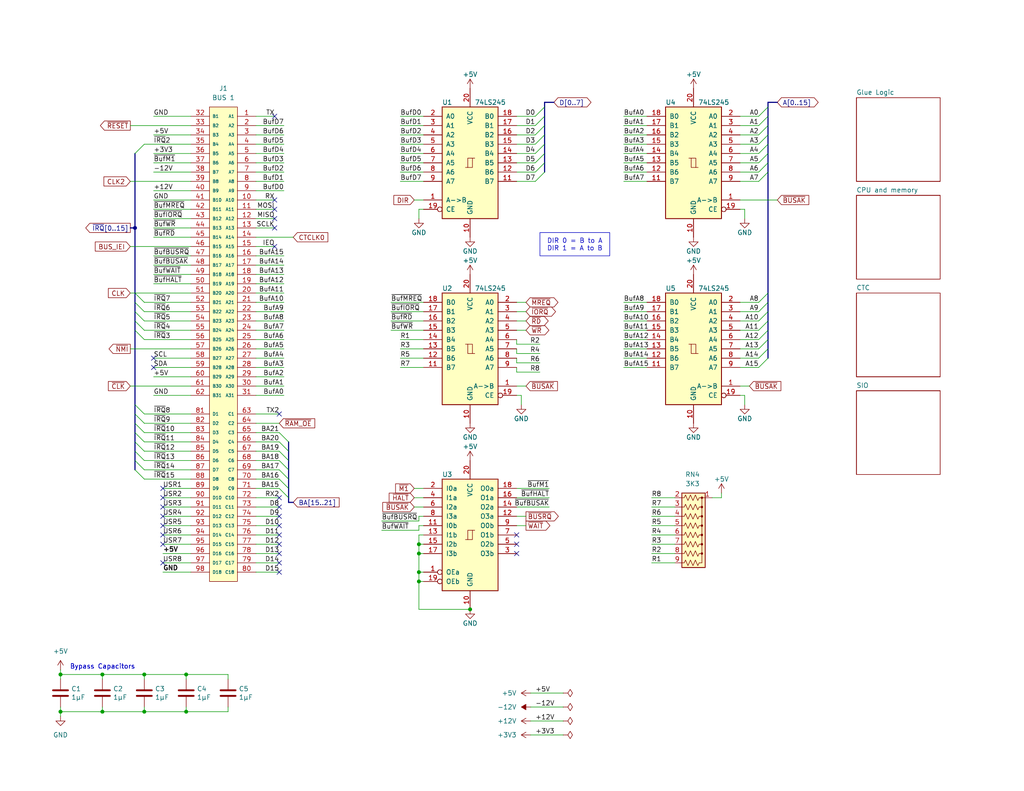
<source format=kicad_sch>
(kicad_sch (version 20230121) (generator eeschema)
  (paper "USLetter")
  (title_block (title "Core component card for ISA backplane") (date "2023-08-31") (rev "2.1") (company "Frédéric Segard") (comment 1 "@microhobbyist") (comment 4 "Thank you to John Winans for his inspiration, as well as Grant Searle and Sergey Kiselev"))
  (lib_symbols
    (symbol "+5V_1" (power) (pin_names (offset 0))
      (property "Value" "+5V_1" (at 0 3.556 0))
      (symbol "+5V_1_1_1"
        (pin power_in line (at 0 0 90) (length 0) hide (name "+5V") (number "1"))
      )
    )
    (symbol "0_Library:ISA_CARD_CONNECTOR_16BIT" (pin_names (offset 0.762))
      (property "Reference" "J" (at 0 5.08 0))
      (property "Value" "ISA_CARD_CONNECTOR_16BIT" (at 0 2.54 0))
      (symbol "ISA_CARD_CONNECTOR_16BIT_0_0"
        (pin passive line (at 8.89 -2.54 180) (length 5.08) (name "A1") (number "1"))
        (pin passive line (at 8.89 -25.4 180) (length 5.08) (name "A10") (number "10"))
        (pin passive line (at 8.89 -27.94 180) (length 5.08) (name "A11") (number "11"))
        (pin passive line (at 8.89 -30.48 180) (length 5.08) (name "A12") (number "12"))
        (pin passive line (at 8.89 -33.02 180) (length 5.08) (name "A13") (number "13"))
        (pin passive line (at 8.89 -35.56 180) (length 5.08) (name "A14") (number "14"))
        (pin passive line (at 8.89 -38.1 180) (length 5.08) (name "A15") (number "15"))
        (pin passive line (at 8.89 -40.64 180) (length 5.08) (name "A16") (number "16"))
        (pin passive line (at 8.89 -43.18 180) (length 5.08) (name "A17") (number "17"))
        (pin passive line (at 8.89 -45.72 180) (length 5.08) (name "A18") (number "18"))
        (pin passive line (at 8.89 -48.26 180) (length 5.08) (name "A19") (number "19"))
        (pin passive line (at 8.89 -5.08 180) (length 5.08) (name "A2") (number "2"))
        (pin passive line (at 8.89 -50.8 180) (length 5.08) (name "A20") (number "20"))
        (pin passive line (at 8.89 -53.34 180) (length 5.08) (name "A21") (number "21"))
        (pin passive line (at 8.89 -55.88 180) (length 5.08) (name "A22") (number "22"))
        (pin passive line (at 8.89 -58.42 180) (length 5.08) (name "A23") (number "23"))
        (pin passive line (at 8.89 -60.96 180) (length 5.08) (name "A24") (number "24"))
        (pin passive line (at 8.89 -63.5 180) (length 5.08) (name "A25") (number "25"))
        (pin passive line (at 8.89 -66.04 180) (length 5.08) (name "A26") (number "26"))
        (pin passive line (at 8.89 -68.58 180) (length 5.08) (name "A27") (number "27"))
        (pin passive line (at 8.89 -71.12 180) (length 5.08) (name "A28") (number "28"))
        (pin passive line (at 8.89 -73.66 180) (length 5.08) (name "A29") (number "29"))
        (pin passive line (at 8.89 -7.62 180) (length 5.08) (name "A3") (number "3"))
        (pin passive line (at 8.89 -76.2 180) (length 5.08) (name "A30") (number "30"))
        (pin passive line (at 8.89 -78.74 180) (length 5.08) (name "A31") (number "31"))
        (pin passive line (at -8.89 -2.54 0) (length 5.08) (name "B1") (number "32"))
        (pin passive line (at -8.89 -5.08 0) (length 5.08) (name "B2") (number "33"))
        (pin passive line (at -8.89 -7.62 0) (length 5.08) (name "B3") (number "34"))
        (pin passive line (at -8.89 -10.16 0) (length 5.08) (name "B4") (number "35"))
        (pin passive line (at -8.89 -12.7 0) (length 5.08) (name "B5") (number "36"))
        (pin passive line (at -8.89 -15.24 0) (length 5.08) (name "B6") (number "37"))
        (pin passive line (at -8.89 -17.78 0) (length 5.08) (name "B7") (number "38"))
        (pin passive line (at -8.89 -20.32 0) (length 5.08) (name "B8") (number "39"))
        (pin passive line (at 8.89 -10.16 180) (length 5.08) (name "A4") (number "4"))
        (pin passive line (at -8.89 -22.86 0) (length 5.08) (name "B9") (number "40"))
        (pin passive line (at -8.89 -25.4 0) (length 5.08) (name "B10") (number "41"))
        (pin passive line (at -8.89 -27.94 0) (length 5.08) (name "B11") (number "42"))
        (pin passive line (at -8.89 -30.48 0) (length 5.08) (name "B12") (number "43"))
        (pin passive line (at -8.89 -33.02 0) (length 5.08) (name "B13") (number "44"))
        (pin passive line (at -8.89 -35.56 0) (length 5.08) (name "B14") (number "45"))
        (pin passive line (at -8.89 -38.1 0) (length 5.08) (name "B15") (number "46"))
        (pin passive line (at -8.89 -40.64 0) (length 5.08) (name "B16") (number "47"))
        (pin passive line (at -8.89 -43.18 0) (length 5.08) (name "B17") (number "48"))
        (pin passive line (at -8.89 -45.72 0) (length 5.08) (name "B18") (number "49"))
        (pin passive line (at 8.89 -12.7 180) (length 5.08) (name "A5") (number "5"))
        (pin passive line (at -8.89 -48.26 0) (length 5.08) (name "B19") (number "50"))
        (pin passive line (at -8.89 -50.8 0) (length 5.08) (name "B20") (number "51"))
        (pin passive line (at -8.89 -53.34 0) (length 5.08) (name "B21") (number "52"))
        (pin passive line (at -8.89 -55.88 0) (length 5.08) (name "B22") (number "53"))
        (pin passive line (at -8.89 -58.42 0) (length 5.08) (name "B23") (number "54"))
        (pin passive line (at -8.89 -60.96 0) (length 5.08) (name "B24") (number "55"))
        (pin passive line (at -8.89 -63.5 0) (length 5.08) (name "B25") (number "56"))
        (pin passive line (at -8.89 -66.04 0) (length 5.08) (name "B26") (number "57"))
        (pin passive line (at -8.89 -68.58 0) (length 5.08) (name "B27") (number "58"))
        (pin passive line (at -8.89 -71.12 0) (length 5.08) (name "B28") (number "59"))
        (pin passive line (at 8.89 -15.24 180) (length 5.08) (name "A6") (number "6"))
        (pin passive line (at -8.89 -73.66 0) (length 5.08) (name "B29") (number "60"))
        (pin passive line (at -8.89 -76.2 0) (length 5.08) (name "B30") (number "61"))
        (pin passive line (at -8.89 -78.74 0) (length 5.08) (name "B31") (number "62"))
        (pin passive line (at 8.89 -17.78 180) (length 5.08) (name "A7") (number "7"))
        (pin passive line (at 8.89 -20.32 180) (length 5.08) (name "A8") (number "8"))
        (pin passive line (at 8.89 -22.86 180) (length 5.08) (name "A9") (number "9"))
      )
      (symbol "ISA_CARD_CONNECTOR_16BIT_1_1"
        (pin passive line (at 8.89 -83.82 180) (length 5.08) (name "C1") (number "63"))
        (pin passive line (at 8.89 -86.36 180) (length 5.08) (name "C2") (number "64"))
        (pin passive line (at 8.89 -88.9 180) (length 5.08) (name "C3") (number "65"))
        (pin passive line (at 8.89 -91.44 180) (length 5.08) (name "C4") (number "66"))
        (pin passive line (at 8.89 -93.98 180) (length 5.08) (name "C5") (number "67"))
        (pin passive line (at 8.89 -96.52 180) (length 5.08) (name "C6") (number "68"))
        (pin passive line (at 8.89 -99.06 180) (length 5.08) (name "C7") (number "69"))
        (pin passive line (at 8.89 -101.6 180) (length 5.08) (name "C8") (number "70"))
        (pin passive line (at 8.89 -104.14 180) (length 5.08) (name "C9") (number "71"))
        (pin passive line (at 8.89 -106.68 180) (length 5.08) (name "C10") (number "72"))
        (pin passive line (at 8.89 -109.22 180) (length 5.08) (name "C11") (number "73"))
        (pin passive line (at 8.89 -111.76 180) (length 5.08) (name "C12") (number "74"))
        (pin passive line (at 8.89 -114.3 180) (length 5.08) (name "C13") (number "75"))
        (pin passive line (at 8.89 -116.84 180) (length 5.08) (name "C14") (number "76"))
        (pin passive line (at 8.89 -119.38 180) (length 5.08) (name "C15") (number "77"))
        (pin passive line (at 8.89 -121.92 180) (length 5.08) (name "C16") (number "78"))
        (pin passive line (at 8.89 -124.46 180) (length 5.08) (name "C17") (number "79"))
        (pin passive line (at 8.89 -127 180) (length 5.08) (name "C18") (number "80"))
        (pin passive line (at -8.89 -83.82 0) (length 5.08) (name "D1") (number "81"))
        (pin passive line (at -8.89 -86.36 0) (length 5.08) (name "D2") (number "82"))
        (pin passive line (at -8.89 -88.9 0) (length 5.08) (name "D3") (number "83"))
        (pin passive line (at -8.89 -91.44 0) (length 5.08) (name "D4") (number "84"))
        (pin passive line (at -8.89 -93.98 0) (length 5.08) (name "D5") (number "85"))
        (pin passive line (at -8.89 -96.52 0) (length 5.08) (name "D6") (number "86"))
        (pin passive line (at -8.89 -99.06 0) (length 5.08) (name "D7") (number "87"))
        (pin passive line (at -8.89 -101.6 0) (length 5.08) (name "D8") (number "88"))
        (pin passive line (at -8.89 -104.14 0) (length 5.08) (name "D9") (number "89"))
        (pin passive line (at -8.89 -106.68 0) (length 5.08) (name "D10") (number "90"))
        (pin passive line (at -8.89 -109.22 0) (length 5.08) (name "D11") (number "91"))
        (pin passive line (at -8.89 -111.76 0) (length 5.08) (name "D12") (number "92"))
        (pin passive line (at -8.89 -114.3 0) (length 5.08) (name "D13") (number "93"))
        (pin passive line (at -8.89 -116.84 0) (length 5.08) (name "D14") (number "94"))
        (pin passive line (at -8.89 -119.38 0) (length 5.08) (name "D15") (number "95"))
        (pin passive line (at -8.89 -121.92 0) (length 5.08) (name "D16") (number "96"))
        (pin passive line (at -8.89 -124.46 0) (length 5.08) (name "D17") (number "97"))
        (pin passive line (at -8.89 -127 0) (length 5.08) (name "D18") (number "98"))
      )
    )
    (symbol "74xx:74LS244" (pin_names (offset 1.016))
      (property "Reference" "U" (at -7.62 16.51 0))
      (property "Value" "74LS244" (at -7.62 -16.51 0))
      (symbol "74LS244_1_0"
        (pin input inverted (at -12.7 -10.16 0) (length 5.08) (name "OEa") (number "1"))
        (pin power_in line (at 0 -20.32 90) (length 5.08) (name "GND") (number "10"))
        (pin input line (at -12.7 2.54 0) (length 5.08) (name "I0b") (number "11"))
        (pin tri_state line (at 12.7 5.08 180) (length 5.08) (name "O3a") (number "12"))
        (pin input line (at -12.7 0 0) (length 5.08) (name "I1b") (number "13"))
        (pin tri_state line (at 12.7 7.62 180) (length 5.08) (name "O2a") (number "14"))
        (pin input line (at -12.7 -2.54 0) (length 5.08) (name "I2b") (number "15"))
        (pin tri_state line (at 12.7 10.16 180) (length 5.08) (name "O1a") (number "16"))
        (pin input line (at -12.7 -5.08 0) (length 5.08) (name "I3b") (number "17"))
        (pin tri_state line (at 12.7 12.7 180) (length 5.08) (name "O0a") (number "18"))
        (pin input inverted (at -12.7 -12.7 0) (length 5.08) (name "OEb") (number "19"))
        (pin input line (at -12.7 12.7 0) (length 5.08) (name "I0a") (number "2"))
        (pin power_in line (at 0 20.32 270) (length 5.08) (name "VCC") (number "20"))
        (pin tri_state line (at 12.7 -5.08 180) (length 5.08) (name "O3b") (number "3"))
        (pin input line (at -12.7 10.16 0) (length 5.08) (name "I1a") (number "4"))
        (pin tri_state line (at 12.7 -2.54 180) (length 5.08) (name "O2b") (number "5"))
        (pin input line (at -12.7 7.62 0) (length 5.08) (name "I2a") (number "6"))
        (pin tri_state line (at 12.7 0 180) (length 5.08) (name "O1b") (number "7"))
        (pin input line (at -12.7 5.08 0) (length 5.08) (name "I3a") (number "8"))
        (pin tri_state line (at 12.7 2.54 180) (length 5.08) (name "O0b") (number "9"))
      )
    )
    (symbol "74xx:74LS245" (pin_names (offset 1.016))
      (property "Reference" "U" (at -7.62 16.51 0))
      (property "Value" "74LS245" (at -7.62 -16.51 0))
      (symbol "74LS245_1_0"
        (pin input line (at -12.7 -10.16 0) (length 5.08) (name "A->B") (number "1"))
        (pin power_in line (at 0 -20.32 90) (length 5.08) (name "GND") (number "10"))
        (pin tri_state line (at 12.7 -5.08 180) (length 5.08) (name "B7") (number "11"))
        (pin tri_state line (at 12.7 -2.54 180) (length 5.08) (name "B6") (number "12"))
        (pin tri_state line (at 12.7 0 180) (length 5.08) (name "B5") (number "13"))
        (pin tri_state line (at 12.7 2.54 180) (length 5.08) (name "B4") (number "14"))
        (pin tri_state line (at 12.7 5.08 180) (length 5.08) (name "B3") (number "15"))
        (pin tri_state line (at 12.7 7.62 180) (length 5.08) (name "B2") (number "16"))
        (pin tri_state line (at 12.7 10.16 180) (length 5.08) (name "B1") (number "17"))
        (pin tri_state line (at 12.7 12.7 180) (length 5.08) (name "B0") (number "18"))
        (pin input inverted (at -12.7 -12.7 0) (length 5.08) (name "CE") (number "19"))
        (pin tri_state line (at -12.7 12.7 0) (length 5.08) (name "A0") (number "2"))
        (pin power_in line (at 0 20.32 270) (length 5.08) (name "VCC") (number "20"))
        (pin tri_state line (at -12.7 10.16 0) (length 5.08) (name "A1") (number "3"))
        (pin tri_state line (at -12.7 7.62 0) (length 5.08) (name "A2") (number "4"))
        (pin tri_state line (at -12.7 5.08 0) (length 5.08) (name "A3") (number "5"))
        (pin tri_state line (at -12.7 2.54 0) (length 5.08) (name "A4") (number "6"))
        (pin tri_state line (at -12.7 0 0) (length 5.08) (name "A5") (number "7"))
        (pin tri_state line (at -12.7 -2.54 0) (length 5.08) (name "A6") (number "8"))
        (pin tri_state line (at -12.7 -5.08 0) (length 5.08) (name "A7") (number "9"))
      )
    )
    (symbol "Device:C" (pin_numbers hide) (pin_names (offset 0.254))
      (property "Reference" "C" (at 0.635 2.54 0))
      (property "Value" "C" (at 0.635 -2.54 0))
      (symbol "C_1_1"
        (pin passive line (at 0 3.81 270) (length 2.794) (name "~") (number "1"))
        (pin passive line (at 0 -3.81 90) (length 2.794) (name "~") (number "2"))
      )
    )
    (symbol "Device:R_Network08_US" (pin_names (offset 0) hide)
      (property "Reference" "RN" (at -12.7 0 90))
      (property "Value" "R_Network08_US" (at 10.16 0 90))
      (symbol "R_Network08_US_1_1"
        (pin passive line (at -10.16 5.08 270) (length 2.54) (name "common") (number "1"))
        (pin passive line (at -10.16 -5.08 90) (length 1.27) (name "R1") (number "2"))
        (pin passive line (at -7.62 -5.08 90) (length 1.27) (name "R2") (number "3"))
        (pin passive line (at -5.08 -5.08 90) (length 1.27) (name "R3") (number "4"))
        (pin passive line (at -2.54 -5.08 90) (length 1.27) (name "R4") (number "5"))
        (pin passive line (at 0 -5.08 90) (length 1.27) (name "R5") (number "6"))
        (pin passive line (at 2.54 -5.08 90) (length 1.27) (name "R6") (number "7"))
        (pin passive line (at 5.08 -5.08 90) (length 1.27) (name "R7") (number "8"))
        (pin passive line (at 7.62 -5.08 90) (length 1.27) (name "R8") (number "9"))
      )
    )
    (symbol "GND_1" (power) (pin_names (offset 0))
      (property "Value" "GND_1" (at 0 -3.81 0))
      (symbol "GND_1_1_1"
        (pin power_in line (at 0 0 270) (length 0) hide (name "GND") (number "1"))
      )
    )
    (symbol "power:+12V" (power) (pin_names (offset 0))
      (property "Value" "+12V" (at 0 3.556 0))
      (symbol "+12V_1_1"
        (pin power_in line (at 0 0 90) (length 0) hide (name "+12V") (number "1"))
      )
    )
    (symbol "power:+3V3" (power) (pin_names (offset 0))
      (property "Value" "+3V3" (at 0 3.556 0))
      (symbol "+3V3_1_1"
        (pin power_in line (at 0 0 90) (length 0) hide (name "+3V3") (number "1"))
      )
    )
    (symbol "power:+5V" (power) (pin_names (offset 0))
      (property "Value" "+5V" (at 0 3.556 0))
      (symbol "+5V_1_1"
        (pin power_in line (at 0 0 90) (length 0) hide (name "+5V") (number "1"))
      )
    )
    (symbol "power:-12V" (power) (pin_names (offset 0))
      (property "Value" "-12V" (at 0 3.81 0))
      (symbol "-12V_0_0"
        (pin power_in line (at 0 0 90) (length 0) hide (name "-12V") (number "1"))
      )
    )
    (symbol "power:PWR_FLAG" (power) (pin_numbers hide) (pin_names (offset 0) hide)
      (property "Value" "PWR_FLAG" (at 0 3.81 0))
      (symbol "PWR_FLAG_0_0"
        (pin power_out line (at 0 0 90) (length 0) (name "pwr") (number "1"))
      )
    )
  )
  (junction (at 39.37 184.15))
  (junction (at 114.3 156.21))
  (junction (at 16.51 194.31))
  (junction (at 27.94 184.15))
  (junction (at 36.83 62.23))
  (junction (at 114.3 151.13))
  (junction (at 50.8 184.15))
  (junction (at 39.37 194.31))
  (junction (at 50.8 194.31))
  (junction (at 27.94 194.31))
  (junction (at 128.27 166.37))
  (junction (at 114.3 158.75))
  (junction (at 16.51 184.15))
  (junction (at 114.3 148.59))
  (no_connect (at 76.2 140.97))
  (no_connect (at 44.45 133.35))
  (no_connect (at 44.45 153.67))
  (no_connect (at 74.93 62.23))
  (no_connect (at 76.2 138.43))
  (no_connect (at 44.45 135.89))
  (no_connect (at 76.2 148.59))
  (no_connect (at 76.2 143.51))
  (no_connect (at 74.93 31.75))
  (no_connect (at 76.2 113.03))
  (no_connect (at 76.2 135.89))
  (no_connect (at 44.45 148.59))
  (no_connect (at 44.45 140.97))
  (no_connect (at 76.2 146.05))
  (no_connect (at 74.93 57.15))
  (no_connect (at 76.2 151.13))
  (no_connect (at 140.97 146.05))
  (no_connect (at 76.2 156.21))
  (no_connect (at 41.91 97.79))
  (no_connect (at 41.91 100.33))
  (no_connect (at 140.97 148.59))
  (no_connect (at 76.2 153.67))
  (no_connect (at 44.45 143.51))
  (no_connect (at 74.93 67.31))
  (no_connect (at 44.45 138.43))
  (no_connect (at 140.97 151.13))
  (no_connect (at 74.93 54.61))
  (no_connect (at 74.93 59.69))
  (no_connect (at 44.45 146.05))
  (bus_entry (at 207.01 39.37) (size 2.54 -2.54))
  (bus_entry (at 36.83 128.27) (size 2.54 2.54))
  (bus_entry (at 207.01 36.83) (size 2.54 -2.54))
  (bus_entry (at 207.01 34.29) (size 2.54 -2.54))
  (bus_entry (at 39.37 82.55) (size -2.54 -2.54))
  (bus_entry (at 39.37 90.17) (size -2.54 -2.54))
  (bus_entry (at 207.01 41.91) (size 2.54 -2.54))
  (bus_entry (at 76.2 120.65) (size 2.54 2.54))
  (bus_entry (at 207.01 49.53) (size 2.54 -2.54))
  (bus_entry (at 36.83 118.11) (size 2.54 2.54))
  (bus_entry (at 36.83 123.19) (size 2.54 2.54))
  (bus_entry (at 148.59 41.91) (size -2.54 2.54))
  (bus_entry (at 39.37 85.09) (size -2.54 -2.54))
  (bus_entry (at 36.83 115.57) (size 2.54 2.54))
  (bus_entry (at 148.59 39.37) (size -2.54 2.54))
  (bus_entry (at 36.83 120.65) (size 2.54 2.54))
  (bus_entry (at 39.37 87.63) (size -2.54 -2.54))
  (bus_entry (at 148.59 29.21) (size -2.54 2.54))
  (bus_entry (at 207.01 90.17) (size 2.54 -2.54))
  (bus_entry (at 148.59 46.99) (size -2.54 2.54))
  (bus_entry (at 148.59 44.45) (size -2.54 2.54))
  (bus_entry (at 76.2 118.11) (size 2.54 2.54))
  (bus_entry (at 36.83 41.91) (size 2.54 -2.54))
  (bus_entry (at 207.01 92.71) (size 2.54 -2.54))
  (bus_entry (at 148.59 31.75) (size -2.54 2.54))
  (bus_entry (at 148.59 36.83) (size -2.54 2.54))
  (bus_entry (at 36.83 110.49) (size 2.54 2.54))
  (bus_entry (at 36.83 113.03) (size 2.54 2.54))
  (bus_entry (at 76.2 123.19) (size 2.54 2.54))
  (bus_entry (at 207.01 31.75) (size 2.54 -2.54))
  (bus_entry (at 76.2 133.35) (size 2.54 2.54))
  (bus_entry (at 207.01 97.79) (size 2.54 -2.54))
  (bus_entry (at 207.01 100.33) (size 2.54 -2.54))
  (bus_entry (at 36.83 125.73) (size 2.54 2.54))
  (bus_entry (at 207.01 85.09) (size 2.54 -2.54))
  (bus_entry (at 39.37 92.71) (size -2.54 -2.54))
  (bus_entry (at 207.01 95.25) (size 2.54 -2.54))
  (bus_entry (at 207.01 82.55) (size 2.54 -2.54))
  (bus_entry (at 76.2 125.73) (size 2.54 2.54))
  (bus_entry (at 76.2 130.81) (size 2.54 2.54))
  (bus_entry (at 76.2 128.27) (size 2.54 2.54))
  (bus_entry (at 207.01 44.45) (size 2.54 -2.54))
  (bus_entry (at 207.01 87.63) (size 2.54 -2.54))
  (bus_entry (at 148.59 34.29) (size -2.54 2.54))
  (bus_entry (at 207.01 46.99) (size 2.54 -2.54))
  (wire (pts (xy 109.22 31.75) (xy 115.57 31.75)))
  (wire (pts (xy 201.93 107.95) (xy 203.2 107.95)))
  (wire (pts (xy 203.2 57.15) (xy 203.2 59.69)))
  (wire (pts (xy 41.91 57.15) (xy 52.07 57.15)))
  (wire (pts (xy 201.93 39.37) (xy 207.01 39.37)))
  (wire (pts (xy 177.8 135.89) (xy 184.15 135.89)))
  (wire (pts (xy 201.93 49.53) (xy 207.01 49.53)))
  (wire (pts (xy 140.97 82.55) (xy 143.51 82.55)))
  (wire (pts (xy 201.93 31.75) (xy 207.01 31.75)))
  (wire (pts (xy 109.22 41.91) (xy 115.57 41.91)))
  (wire (pts (xy 39.37 184.15) (xy 27.94 184.15)))
  (bus (pts (xy 209.55 97.79) (xy 209.55 95.25)))
  (wire (pts (xy 39.37 92.71) (xy 52.07 92.71)))
  (wire (pts (xy 115.57 87.63) (xy 106.68 87.63)))
  (wire (pts (xy 113.03 138.43) (xy 115.57 138.43)))
  (wire (pts (xy 69.85 135.89) (xy 76.2 135.89)))
  (wire (pts (xy 140.97 101.6) (xy 147.32 101.6)))
  (wire (pts (xy 41.91 44.45) (xy 52.07 44.45)))
  (wire (pts (xy 41.91 31.75) (xy 52.07 31.75)))
  (bus (pts (xy 148.59 31.75) (xy 148.59 29.21)))
  (bus (pts (xy 36.83 120.65) (xy 36.83 123.19)))
  (wire (pts (xy 143.51 140.97) (xy 140.97 140.97)))
  (wire (pts (xy 201.93 41.91) (xy 207.01 41.91)))
  (wire (pts (xy 201.93 34.29) (xy 207.01 34.29)))
  (wire (pts (xy 144.78 193.04) (xy 153.67 193.04)))
  (wire (pts (xy 140.97 143.51) (xy 143.51 143.51)))
  (bus (pts (xy 148.59 29.21) (xy 148.59 27.94)))
  (wire (pts (xy 104.14 144.78) (xy 114.3 144.78)))
  (wire (pts (xy 35.56 95.25) (xy 52.07 95.25)))
  (wire (pts (xy 41.91 97.79) (xy 52.07 97.79)))
  (wire (pts (xy 201.93 87.63) (xy 207.01 87.63)))
  (wire (pts (xy 201.93 46.99) (xy 207.01 46.99)))
  (wire (pts (xy 170.18 90.17) (xy 176.53 90.17)))
  (wire (pts (xy 41.91 107.95) (xy 52.07 107.95)))
  (wire (pts (xy 44.45 153.67) (xy 52.07 153.67)))
  (wire (pts (xy 62.23 193.04) (xy 62.23 194.31)))
  (wire (pts (xy 140.97 92.71) (xy 140.97 93.98)))
  (bus (pts (xy 209.55 46.99) (xy 209.55 80.01)))
  (wire (pts (xy 52.07 77.47) (xy 41.91 77.47)))
  (bus (pts (xy 36.83 123.19) (xy 36.83 125.73)))
  (wire (pts (xy 144.78 200.66) (xy 153.67 200.66)))
  (wire (pts (xy 16.51 194.31) (xy 16.51 195.58)))
  (bus (pts (xy 36.83 41.91) (xy 36.83 62.23)))
  (wire (pts (xy 170.18 41.91) (xy 176.53 41.91)))
  (wire (pts (xy 41.91 52.07) (xy 52.07 52.07)))
  (wire (pts (xy 140.97 90.17) (xy 143.51 90.17)))
  (wire (pts (xy 104.14 142.24) (xy 114.3 142.24)))
  (bus (pts (xy 209.55 92.71) (xy 209.55 90.17)))
  (wire (pts (xy 41.91 72.39) (xy 52.07 72.39)))
  (wire (pts (xy 44.45 146.05) (xy 52.07 146.05)))
  (bus (pts (xy 148.59 46.99) (xy 148.59 44.45)))
  (wire (pts (xy 115.57 146.05) (xy 114.3 146.05)))
  (wire (pts (xy 41.91 59.69) (xy 52.07 59.69)))
  (bus (pts (xy 36.83 90.17) (xy 36.83 110.49)))
  (bus (pts (xy 148.59 27.94) (xy 151.13 27.94)))
  (wire (pts (xy 41.91 102.87) (xy 52.07 102.87)))
  (wire (pts (xy 196.85 135.89) (xy 194.31 135.89)))
  (wire (pts (xy 115.57 82.55) (xy 106.68 82.55)))
  (wire (pts (xy 69.85 92.71) (xy 77.47 92.71)))
  (wire (pts (xy 115.57 57.15) (xy 114.3 57.15)))
  (wire (pts (xy 41.91 64.77) (xy 52.07 64.77)))
  (wire (pts (xy 44.45 148.59) (xy 52.07 148.59)))
  (wire (pts (xy 69.85 120.65) (xy 76.2 120.65)))
  (wire (pts (xy 69.85 69.85) (xy 77.47 69.85)))
  (wire (pts (xy 69.85 133.35) (xy 76.2 133.35)))
  (wire (pts (xy 69.85 148.59) (xy 76.2 148.59)))
  (wire (pts (xy 69.85 54.61) (xy 74.93 54.61)))
  (wire (pts (xy 140.97 107.95) (xy 142.24 107.95)))
  (bus (pts (xy 78.74 128.27) (xy 78.74 130.81)))
  (wire (pts (xy 204.47 105.41) (xy 201.93 105.41)))
  (bus (pts (xy 209.55 85.09) (xy 209.55 82.55)))
  (wire (pts (xy 50.8 193.04) (xy 50.8 194.31)))
  (wire (pts (xy 170.18 82.55) (xy 176.53 82.55)))
  (wire (pts (xy 41.91 54.61) (xy 52.07 54.61)))
  (wire (pts (xy 114.3 57.15) (xy 114.3 59.69)))
  (wire (pts (xy 69.85 153.67) (xy 76.2 153.67)))
  (wire (pts (xy 170.18 87.63) (xy 176.53 87.63)))
  (wire (pts (xy 143.51 105.41) (xy 140.97 105.41)))
  (wire (pts (xy 140.97 44.45) (xy 146.05 44.45)))
  (bus (pts (xy 78.74 130.81) (xy 78.74 133.35)))
  (wire (pts (xy 170.18 44.45) (xy 176.53 44.45)))
  (wire (pts (xy 114.3 143.51) (xy 115.57 143.51)))
  (wire (pts (xy 69.85 97.79) (xy 77.47 97.79)))
  (wire (pts (xy 77.47 80.01) (xy 69.85 80.01)))
  (wire (pts (xy 44.45 156.21) (xy 52.07 156.21)))
  (wire (pts (xy 114.3 156.21) (xy 115.57 156.21)))
  (wire (pts (xy 69.85 36.83) (xy 77.47 36.83)))
  (wire (pts (xy 113.03 133.35) (xy 115.57 133.35)))
  (wire (pts (xy 201.93 97.79) (xy 207.01 97.79)))
  (wire (pts (xy 109.22 97.79) (xy 115.57 97.79)))
  (wire (pts (xy 39.37 193.04) (xy 39.37 194.31)))
  (bus (pts (xy 148.59 41.91) (xy 148.59 39.37)))
  (wire (pts (xy 35.56 105.41) (xy 52.07 105.41)))
  (wire (pts (xy 39.37 85.09) (xy 52.07 85.09)))
  (wire (pts (xy 27.94 194.31) (xy 39.37 194.31)))
  (bus (pts (xy 209.55 31.75) (xy 209.55 29.21)))
  (wire (pts (xy 39.37 82.55) (xy 52.07 82.55)))
  (wire (pts (xy 41.91 41.91) (xy 52.07 41.91)))
  (wire (pts (xy 115.57 85.09) (xy 106.68 85.09)))
  (wire (pts (xy 69.85 34.29) (xy 77.47 34.29)))
  (wire (pts (xy 177.8 151.13) (xy 184.15 151.13)))
  (wire (pts (xy 69.85 151.13) (xy 76.2 151.13)))
  (wire (pts (xy 50.8 194.31) (xy 62.23 194.31)))
  (bus (pts (xy 148.59 44.45) (xy 148.59 41.91)))
  (wire (pts (xy 69.85 72.39) (xy 77.47 72.39)))
  (wire (pts (xy 170.18 97.79) (xy 176.53 97.79)))
  (wire (pts (xy 69.85 46.99) (xy 77.47 46.99)))
  (wire (pts (xy 69.85 143.51) (xy 76.2 143.51)))
  (wire (pts (xy 69.85 85.09) (xy 77.47 85.09)))
  (wire (pts (xy 140.97 39.37) (xy 146.05 39.37)))
  (wire (pts (xy 41.91 69.85) (xy 52.07 69.85)))
  (bus (pts (xy 209.55 95.25) (xy 209.55 92.71)))
  (wire (pts (xy 39.37 87.63) (xy 52.07 87.63)))
  (wire (pts (xy 69.85 130.81) (xy 76.2 130.81)))
  (wire (pts (xy 69.85 146.05) (xy 76.2 146.05)))
  (wire (pts (xy 109.22 39.37) (xy 115.57 39.37)))
  (wire (pts (xy 140.97 85.09) (xy 143.51 85.09)))
  (wire (pts (xy 39.37 125.73) (xy 52.07 125.73)))
  (wire (pts (xy 170.18 39.37) (xy 176.53 39.37)))
  (wire (pts (xy 170.18 31.75) (xy 176.53 31.75)))
  (wire (pts (xy 140.97 95.25) (xy 140.97 96.52)))
  (wire (pts (xy 39.37 130.81) (xy 52.07 130.81)))
  (wire (pts (xy 201.93 95.25) (xy 207.01 95.25)))
  (wire (pts (xy 114.3 158.75) (xy 114.3 166.37)))
  (wire (pts (xy 69.85 118.11) (xy 76.2 118.11)))
  (bus (pts (xy 78.74 120.65) (xy 78.74 123.19)))
  (wire (pts (xy 77.47 77.47) (xy 69.85 77.47)))
  (bus (pts (xy 209.55 34.29) (xy 209.55 31.75)))
  (wire (pts (xy 69.85 128.27) (xy 76.2 128.27)))
  (wire (pts (xy 109.22 34.29) (xy 115.57 34.29)))
  (bus (pts (xy 209.55 39.37) (xy 209.55 36.83)))
  (wire (pts (xy 41.91 62.23) (xy 52.07 62.23)))
  (wire (pts (xy 69.85 123.19) (xy 76.2 123.19)))
  (wire (pts (xy 39.37 123.19) (xy 52.07 123.19)))
  (wire (pts (xy 27.94 193.04) (xy 27.94 194.31)))
  (wire (pts (xy 69.85 57.15) (xy 74.93 57.15)))
  (wire (pts (xy 39.37 128.27) (xy 52.07 128.27)))
  (wire (pts (xy 201.93 44.45) (xy 207.01 44.45)))
  (bus (pts (xy 78.74 123.19) (xy 78.74 125.73)))
  (bus (pts (xy 36.83 62.23) (xy 36.83 80.01)))
  (wire (pts (xy 177.8 143.51) (xy 184.15 143.51)))
  (wire (pts (xy 69.85 39.37) (xy 77.47 39.37)))
  (wire (pts (xy 69.85 82.55) (xy 77.47 82.55)))
  (wire (pts (xy 114.3 146.05) (xy 114.3 148.59)))
  (wire (pts (xy 201.93 36.83) (xy 207.01 36.83)))
  (wire (pts (xy 41.91 36.83) (xy 52.07 36.83)))
  (wire (pts (xy 170.18 49.53) (xy 176.53 49.53)))
  (wire (pts (xy 69.85 90.17) (xy 77.47 90.17)))
  (wire (pts (xy 177.8 153.67) (xy 184.15 153.67)))
  (wire (pts (xy 201.93 100.33) (xy 207.01 100.33)))
  (wire (pts (xy 170.18 85.09) (xy 176.53 85.09)))
  (bus (pts (xy 36.83 125.73) (xy 36.83 128.27)))
  (wire (pts (xy 69.85 100.33) (xy 77.47 100.33)))
  (wire (pts (xy 140.97 96.52) (xy 147.32 96.52)))
  (wire (pts (xy 201.93 92.71) (xy 207.01 92.71)))
  (wire (pts (xy 140.97 97.79) (xy 140.97 99.06)))
  (wire (pts (xy 114.3 151.13) (xy 114.3 156.21)))
  (wire (pts (xy 144.78 196.85) (xy 153.67 196.85)))
  (wire (pts (xy 114.3 148.59) (xy 115.57 148.59)))
  (wire (pts (xy 177.8 148.59) (xy 184.15 148.59)))
  (wire (pts (xy 201.93 57.15) (xy 203.2 57.15)))
  (bus (pts (xy 209.55 29.21) (xy 209.55 27.94)))
  (wire (pts (xy 109.22 92.71) (xy 115.57 92.71)))
  (wire (pts (xy 39.37 90.17) (xy 52.07 90.17)))
  (wire (pts (xy 41.91 74.93) (xy 52.07 74.93)))
  (wire (pts (xy 109.22 36.83) (xy 115.57 36.83)))
  (wire (pts (xy 201.93 85.09) (xy 207.01 85.09)))
  (wire (pts (xy 109.22 100.33) (xy 115.57 100.33)))
  (wire (pts (xy 140.97 135.89) (xy 149.86 135.89)))
  (wire (pts (xy 140.97 36.83) (xy 146.05 36.83)))
  (wire (pts (xy 201.93 82.55) (xy 207.01 82.55)))
  (wire (pts (xy 140.97 41.91) (xy 146.05 41.91)))
  (bus (pts (xy 209.55 90.17) (xy 209.55 87.63)))
  (wire (pts (xy 69.85 87.63) (xy 77.47 87.63)))
  (bus (pts (xy 209.55 44.45) (xy 209.55 41.91)))
  (wire (pts (xy 114.3 156.21) (xy 114.3 158.75)))
  (bus (pts (xy 209.55 46.99) (xy 209.55 44.45)))
  (wire (pts (xy 140.97 46.99) (xy 146.05 46.99)))
  (wire (pts (xy 140.97 100.33) (xy 140.97 101.6)))
  (wire (pts (xy 69.85 41.91) (xy 77.47 41.91)))
  (wire (pts (xy 39.37 120.65) (xy 52.07 120.65)))
  (wire (pts (xy 27.94 185.42) (xy 27.94 184.15)))
  (wire (pts (xy 140.97 138.43) (xy 149.86 138.43)))
  (wire (pts (xy 114.3 158.75) (xy 115.57 158.75)))
  (wire (pts (xy 113.03 135.89) (xy 115.57 135.89)))
  (wire (pts (xy 69.85 125.73) (xy 76.2 125.73)))
  (wire (pts (xy 177.8 146.05) (xy 184.15 146.05)))
  (wire (pts (xy 77.47 74.93) (xy 69.85 74.93)))
  (wire (pts (xy 109.22 46.99) (xy 115.57 46.99)))
  (wire (pts (xy 177.8 140.97) (xy 184.15 140.97)))
  (bus (pts (xy 148.59 39.37) (xy 148.59 36.83)))
  (wire (pts (xy 80.01 64.77) (xy 69.85 64.77)))
  (wire (pts (xy 140.97 49.53) (xy 146.05 49.53)))
  (wire (pts (xy 35.56 67.31) (xy 52.07 67.31)))
  (wire (pts (xy 170.18 100.33) (xy 176.53 100.33)))
  (wire (pts (xy 140.97 93.98) (xy 147.32 93.98)))
  (wire (pts (xy 41.91 100.33) (xy 52.07 100.33)))
  (wire (pts (xy 50.8 185.42) (xy 50.8 184.15)))
  (bus (pts (xy 36.83 80.01) (xy 36.83 82.55)))
  (wire (pts (xy 109.22 95.25) (xy 115.57 95.25)))
  (wire (pts (xy 140.97 99.06) (xy 147.32 99.06)))
  (wire (pts (xy 69.85 102.87) (xy 77.47 102.87)))
  (wire (pts (xy 35.56 34.29) (xy 52.07 34.29)))
  (wire (pts (xy 36.83 80.01) (xy 52.07 80.01)))
  (wire (pts (xy 69.85 156.21) (xy 76.2 156.21)))
  (wire (pts (xy 170.18 92.71) (xy 176.53 92.71)))
  (wire (pts (xy 142.24 107.95) (xy 142.24 110.49)))
  (bus (pts (xy 209.55 82.55) (xy 209.55 80.01)))
  (wire (pts (xy 69.85 59.69) (xy 74.93 59.69)))
  (wire (pts (xy 114.3 140.97) (xy 114.3 142.24)))
  (wire (pts (xy 69.85 62.23) (xy 74.93 62.23)))
  (bus (pts (xy 78.74 133.35) (xy 78.74 135.89)))
  (wire (pts (xy 170.18 36.83) (xy 176.53 36.83)))
  (wire (pts (xy 114.3 143.51) (xy 114.3 144.78)))
  (wire (pts (xy 69.85 31.75) (xy 74.93 31.75)))
  (wire (pts (xy 69.85 44.45) (xy 77.47 44.45)))
  (wire (pts (xy 109.22 49.53) (xy 115.57 49.53)))
  (bus (pts (xy 78.74 135.89) (xy 78.74 137.16)))
  (bus (pts (xy 78.74 137.16) (xy 80.01 137.16)))
  (wire (pts (xy 16.51 193.04) (xy 16.51 194.31)))
  (bus (pts (xy 148.59 36.83) (xy 148.59 34.29)))
  (wire (pts (xy 62.23 185.42) (xy 62.23 184.15)))
  (wire (pts (xy 140.97 31.75) (xy 146.05 31.75)))
  (wire (pts (xy 50.8 184.15) (xy 39.37 184.15)))
  (wire (pts (xy 39.37 118.11) (xy 52.07 118.11)))
  (wire (pts (xy 39.37 115.57) (xy 52.07 115.57)))
  (wire (pts (xy 115.57 140.97) (xy 114.3 140.97)))
  (wire (pts (xy 62.23 184.15) (xy 50.8 184.15)))
  (wire (pts (xy 140.97 34.29) (xy 146.05 34.29)))
  (wire (pts (xy 69.85 95.25) (xy 77.47 95.25)))
  (wire (pts (xy 44.45 143.51) (xy 52.07 143.51)))
  (wire (pts (xy 39.37 39.37) (xy 52.07 39.37)))
  (wire (pts (xy 203.2 107.95) (xy 203.2 110.49)))
  (bus (pts (xy 209.55 87.63) (xy 209.55 85.09)))
  (wire (pts (xy 177.8 138.43) (xy 184.15 138.43)))
  (wire (pts (xy 114.3 151.13) (xy 115.57 151.13)))
  (wire (pts (xy 69.85 67.31) (xy 74.93 67.31)))
  (wire (pts (xy 69.85 107.95) (xy 77.47 107.95)))
  (wire (pts (xy 115.57 90.17) (xy 106.68 90.17)))
  (wire (pts (xy 144.78 189.23) (xy 153.67 189.23)))
  (wire (pts (xy 170.18 34.29) (xy 176.53 34.29)))
  (wire (pts (xy 44.45 133.35) (xy 52.07 133.35)))
  (bus (pts (xy 36.83 113.03) (xy 36.83 115.57)))
  (wire (pts (xy 109.22 44.45) (xy 115.57 44.45)))
  (wire (pts (xy 41.91 46.99) (xy 52.07 46.99)))
  (wire (pts (xy 196.85 134.62) (xy 196.85 135.89)))
  (wire (pts (xy 201.93 90.17) (xy 207.01 90.17)))
  (wire (pts (xy 114.3 148.59) (xy 114.3 151.13)))
  (wire (pts (xy 44.45 138.43) (xy 52.07 138.43)))
  (bus (pts (xy 36.83 110.49) (xy 36.83 113.03)))
  (wire (pts (xy 44.45 135.89) (xy 52.07 135.89)))
  (wire (pts (xy 35.56 80.01) (xy 36.83 80.01)))
  (bus (pts (xy 36.83 115.57) (xy 36.83 118.11)))
  (wire (pts (xy 39.37 185.42) (xy 39.37 184.15)))
  (wire (pts (xy 39.37 194.31) (xy 50.8 194.31)))
  (bus (pts (xy 209.55 36.83) (xy 209.55 34.29)))
  (wire (pts (xy 69.85 138.43) (xy 76.2 138.43)))
  (wire (pts (xy 140.97 87.63) (xy 143.51 87.63)))
  (wire (pts (xy 16.51 182.88) (xy 16.51 184.15)))
  (bus (pts (xy 35.56 62.23) (xy 36.83 62.23)))
  (wire (pts (xy 35.56 49.53) (xy 52.07 49.53)))
  (bus (pts (xy 36.83 118.11) (xy 36.83 120.65)))
  (wire (pts (xy 113.03 54.61) (xy 115.57 54.61)))
  (bus (pts (xy 209.55 41.91) (xy 209.55 39.37)))
  (wire (pts (xy 44.45 151.13) (xy 52.07 151.13)))
  (bus (pts (xy 209.55 27.94) (xy 212.09 27.94)))
  (wire (pts (xy 69.85 113.03) (xy 76.2 113.03)))
  (wire (pts (xy 69.85 115.57) (xy 76.2 115.57)))
  (wire (pts (xy 69.85 105.41) (xy 77.47 105.41)))
  (bus (pts (xy 78.74 125.73) (xy 78.74 128.27)))
  (wire (pts (xy 16.51 194.31) (xy 27.94 194.31)))
  (wire (pts (xy 170.18 95.25) (xy 176.53 95.25)))
  (wire (pts (xy 140.97 133.35) (xy 149.86 133.35)))
  (wire (pts (xy 212.09 54.61) (xy 201.93 54.61)))
  (bus (pts (xy 36.83 85.09) (xy 36.83 87.63)))
  (wire (pts (xy 69.85 49.53) (xy 77.47 49.53)))
  (wire (pts (xy 27.94 184.15) (xy 16.51 184.15)))
  (wire (pts (xy 44.45 140.97) (xy 52.07 140.97)))
  (wire (pts (xy 16.51 184.15) (xy 16.51 185.42)))
  (bus (pts (xy 36.83 87.63) (xy 36.83 90.17)))
  (wire (pts (xy 69.85 140.97) (xy 76.2 140.97)))
  (bus (pts (xy 36.83 82.55) (xy 36.83 85.09)))
  (wire (pts (xy 170.18 46.99) (xy 176.53 46.99)))
  (wire (pts (xy 114.3 166.37) (xy 128.27 166.37)))
  (bus (pts (xy 148.59 34.29) (xy 148.59 31.75)))
  (wire (pts (xy 69.85 52.07) (xy 77.47 52.07)))
  (wire (pts (xy 39.37 113.03) (xy 52.07 113.03)))
  (text_box "DIR 0 = B to A\nDIR 1 = A to B" (at 147.32 63.5 0) (size 19.05 6.35) (effects (font (size 1.27 1.27))))
  (text "Bypass Capacitors" (at 19.05 182.88 0) (effects (font (size 1.27 1.27)) (justify left bottom)))
  (text "Bypass Capacitors" (at 19.05 182.88 0) (effects (font (size 1.27 1.27)) (justify left bottom)))
  (label "BA19" (at 76.2 123.19 180))
  (label "D11" (at 76.2 146.05 180))
  (label "D6" (at 146.05 46.99 180))
  (label "BufD6" (at 109.22 46.99 0))
  (label "MOSI" (at 74.93 57.15 180))
  (label "R8" (at 177.8 135.89 0))
  (label "R6" (at 147.32 99.06 180))
  (label "USR4" (at 44.45 140.97 0))
  (label "GND" (at 41.91 107.95 0))
  (label "-12V" (at 41.91 46.99 0))
  (label "~{IRQ}9" (at 41.91 115.57 0))
  (label "BufA0" (at 170.18 31.75 0))
  (label "R3" (at 109.22 95.25 0))
  (label "BufA2" (at 170.18 36.83 0))
  (label "~{IRQ}14" (at 41.91 128.27 0))
  (label "RX" (at 74.93 54.61 180))
  (label "~{BufWR}" (at 41.91 62.23 0))
  (label "R6" (at 177.8 140.97 0))
  (label "BufA8" (at 170.18 82.55 0))
  (label "BufA7" (at 77.47 90.17 180))
  (label "IEO" (at 74.93 67.31 180))
  (label "GND" (at 41.91 54.61 0))
  (label "BufA10" (at 170.18 87.63 0))
  (label "R4" (at 147.32 96.52 180))
  (label "A4" (at 207.01 41.91 180))
  (label "BufA12" (at 170.18 92.71 0))
  (label "BufD7" (at 77.47 34.29 180))
  (label "~{IRQ}15" (at 41.91 130.81 0))
  (label "BA17" (at 76.2 128.27 180))
  (label "~{BufRD}" (at 106.68 87.63 0))
  (label "MISO" (at 74.93 59.69 180))
  (label "R2" (at 147.32 93.98 180))
  (label "D8" (at 76.2 138.43 180))
  (label "GND" (at 41.91 31.75 0))
  (label "BufD1" (at 77.47 49.53 180))
  (label "~{BufRD}" (at 41.91 64.77 0))
  (label "BufA1" (at 170.18 34.29 0))
  (label "+5V" (at 44.45 151.13 0) (effects (font (thickness 0.254) bold)))
  (label "~{IRQ}5" (at 41.91 87.63 0))
  (label "BufD6" (at 77.47 36.83 180))
  (label "BufA4" (at 77.47 97.79 180))
  (label "~{BufIORQ}" (at 106.68 85.09 0))
  (label "BufA10" (at 77.47 82.55 180))
  (label "A11" (at 207.01 90.17 180))
  (label "D0" (at 146.05 31.75 180))
  (label "USR3" (at 44.45 138.43 0))
  (label "~{IRQ}3" (at 41.91 92.71 0))
  (label "D4" (at 146.05 41.91 180))
  (label "USR5" (at 44.45 143.51 0))
  (label "BufA11" (at 77.47 80.01 180))
  (label "~{IRQ}2" (at 41.91 39.37 0))
  (label "TX" (at 74.93 31.75 180))
  (label "A10" (at 207.01 87.63 180))
  (label "~{IRQ}6" (at 41.91 85.09 0))
  (label "D9" (at 76.2 140.97 180))
  (label "~{BufM1}" (at 149.86 133.35 180))
  (label "GND" (at 44.45 156.21 0) (effects (font (thickness 0.254) bold)))
  (label "USR2" (at 44.45 135.89 0))
  (label "R7" (at 177.8 138.43 0))
  (label "USR6" (at 44.45 146.05 0))
  (label "A9" (at 207.01 85.09 180))
  (label "R4" (at 177.8 146.05 0))
  (label "RX2" (at 76.2 135.89 180))
  (label "BufD1" (at 109.22 34.29 0))
  (label "D5" (at 146.05 44.45 180))
  (label "SCL" (at 41.91 97.79 0))
  (label "BufA13" (at 170.18 95.25 0))
  (label "SDA" (at 41.91 100.33 0))
  (label "~{BufWAIT}" (at 104.14 144.78 0))
  (label "A12" (at 207.01 92.71 180))
  (label "~{BufMREQ}" (at 41.91 57.15 0))
  (label "A1" (at 207.01 34.29 180))
  (label "BufD4" (at 77.47 41.91 180))
  (label "BufD4" (at 109.22 41.91 0))
  (label "~{BufIORQ}" (at 41.91 59.69 0))
  (label "+3V3" (at 41.91 41.91 0))
  (label "R3" (at 177.8 148.59 0))
  (label "R1" (at 109.22 92.71 0))
  (label "BufA1" (at 77.47 105.41 180))
  (label "A8" (at 207.01 82.55 180))
  (label "+5V" (at 41.91 36.83 0))
  (label "BufA15" (at 77.47 69.85 180))
  (label "BufA9" (at 77.47 85.09 180))
  (label "A15" (at 207.01 100.33 180))
  (label "~{IRQ}10" (at 41.91 118.11 0))
  (label "+3V3" (at 146.05 200.66 0))
  (label "~{BufHALT}" (at 41.91 77.47 0))
  (label "BufD2" (at 77.47 46.99 180))
  (label "D1" (at 146.05 34.29 180))
  (label "A3" (at 207.01 39.37 180))
  (label "BufA0" (at 77.47 107.95 180))
  (label "BufA12" (at 77.47 77.47 180))
  (label "BA16" (at 76.2 130.81 180))
  (label "~{IRQ}8" (at 41.91 113.03 0))
  (label "BufD5" (at 109.22 44.45 0))
  (label "SCLK" (at 74.93 62.23 180))
  (label "BufA5" (at 77.47 95.25 180))
  (label "D14" (at 76.2 153.67 180))
  (label "BufA7" (at 170.18 49.53 0))
  (label "~{BufHALT}" (at 149.86 135.89 180))
  (label "BufA6" (at 170.18 46.99 0))
  (label "~{IRQ}13" (at 41.91 125.73 0))
  (label "-12V" (at 146.05 193.04 0))
  (label "~{BufBUSAK}" (at 149.86 138.43 180))
  (label "USR7" (at 44.45 148.59 0))
  (label "+12V" (at 146.05 196.85 0))
  (label "~{BufWAIT}" (at 41.91 74.93 0))
  (label "+5V" (at 41.91 102.87 0))
  (label "A2" (at 207.01 36.83 180))
  (label "A13" (at 207.01 95.25 180))
  (label "BufA3" (at 77.47 100.33 180))
  (label "BufD3" (at 77.47 44.45 180))
  (label "BufA8" (at 77.47 87.63 180))
  (label "R8" (at 147.32 101.6 180))
  (label "D10" (at 76.2 143.51 180))
  (label "BufD7" (at 109.22 49.53 0))
  (label "A6" (at 207.01 46.99 180))
  (label "~{BufMREQ}" (at 106.68 82.55 0))
  (label "R5" (at 177.8 143.51 0))
  (label "R2" (at 177.8 151.13 0))
  (label "BA15" (at 76.2 133.35 180))
  (label "D7" (at 146.05 49.53 180))
  (label "~{BufM1}" (at 41.91 44.45 0))
  (label "A5" (at 207.01 44.45 180))
  (label "A14" (at 207.01 97.79 180))
  (label "TX2" (at 76.2 113.03 180))
  (label "+5V" (at 146.05 189.23 0))
  (label "D3" (at 146.05 39.37 180))
  (label "BufA14" (at 77.47 72.39 180))
  (label "BufA6" (at 77.47 92.71 180))
  (label "~{BufBUSRQ}" (at 104.14 142.24 0))
  (label "R5" (at 109.22 97.79 0))
  (label "~{IRQ}12" (at 41.91 123.19 0))
  (label "D15" (at 76.2 156.21 180))
  (label "+12V" (at 41.91 52.07 0))
  (label "~{BufWR}" (at 106.68 90.17 0))
  (label "A7" (at 207.01 49.53 180))
  (label "A0" (at 207.01 31.75 180))
  (label "D13" (at 76.2 151.13 180))
  (label "BufD3" (at 109.22 39.37 0))
  (label "BufA2" (at 77.47 102.87 180))
  (label "BufD0" (at 77.47 52.07 180))
  (label "BufD0" (at 109.22 31.75 0))
  (label "BufA13" (at 77.47 74.93 180))
  (label "BufD5" (at 77.47 39.37 180))
  (label "D2" (at 146.05 36.83 180))
  (label "BufA3" (at 170.18 39.37 0))
  (label "BufA9" (at 170.18 85.09 0))
  (label "BA21" (at 76.2 118.11 180))
  (label "~{IRQ}7" (at 41.91 82.55 0))
  (label "BA18" (at 76.2 125.73 180))
  (label "BufA5" (at 170.18 44.45 0))
  (label "BufA14" (at 170.18 97.79 0))
  (label "BufD2" (at 109.22 36.83 0))
  (label "~{BufBUSAK}" (at 41.91 72.39 0))
  (label "USR1" (at 44.45 133.35 0))
  (label "D12" (at 76.2 148.59 180))
  (label "BufA15" (at 170.18 100.33 0))
  (label "R7" (at 109.22 100.33 0))
  (label "~{IRQ}4" (at 41.91 90.17 0))
  (label "BA20" (at 76.2 120.65 180))
  (label "~{IRQ}11" (at 41.91 120.65 0))
  (label "BufA4" (at 170.18 41.91 0))
  (label "R1" (at 177.8 153.67 0))
  (label "BufA11" (at 170.18 90.17 0))
  (label "USR8" (at 44.45 153.67 0))
  (label "~{BufBUSRQ}" (at 41.91 69.85 0))
  (global_label "~{IRQ}[0..15]" (shape output) (at 35.56 62.23 180) (property "Intersheetrefs" "${INTERSHEET_REFS}" (effects hide)))
  (global_label "CLK" (shape input) (at 35.56 80.01 180) (property "Intersheetrefs" "${INTERSHEET_REFS}" (effects hide)))
  (global_label "~{M1}" (shape input) (at 113.03 133.35 180) (property "Intersheetrefs" "${INTERSHEET_REFS}" (effects hide)))
  (global_label "CLK2" (shape input) (at 35.56 49.53 180) (property "Intersheetrefs" "${INTERSHEET_REFS}" (effects hide)))
  (global_label "DIR" (shape input) (at 113.03 54.61 180) (property "Intersheetrefs" "${INTERSHEET_REFS}" (effects hide)))
  (global_label "D[0..7]" (shape tri_state) (at 151.13 27.94 0) (property "Intersheetrefs" "${INTERSHEET_REFS}" (effects hide)))
  (global_label "BUS_IEI" (shape input) (at 35.56 67.31 180) (property "Intersheetrefs" "${INTERSHEET_REFS}" (effects hide)))
  (global_label "~{BUSAK}" (shape input) (at 113.03 138.43 180) (property "Intersheetrefs" "${INTERSHEET_REFS}" (effects hide)))
  (global_label "~{BUSAK}" (shape input) (at 143.51 105.41 0) (property "Intersheetrefs" "${INTERSHEET_REFS}" (effects hide)))
  (global_label "CTCLK0" (shape input) (at 80.01 64.77 0) (property "Intersheetrefs" "${INTERSHEET_REFS}" (effects hide)))
  (global_label "~{IORQ}" (shape tri_state) (at 143.51 85.09 0) (property "Intersheetrefs" "${INTERSHEET_REFS}" (effects hide)))
  (global_label "~{WR}" (shape tri_state) (at 143.51 90.17 0) (property "Intersheetrefs" "${INTERSHEET_REFS}" (effects hide)))
  (global_label "A[0..15]" (shape tri_state) (at 212.09 27.94 0) (property "Intersheetrefs" "${INTERSHEET_REFS}" (effects hide)))
  (global_label "~{RAM_OE}" (shape input) (at 76.2 115.57 0) (property "Intersheetrefs" "${INTERSHEET_REFS}" (effects hide)))
  (global_label "~{WAIT}" (shape output) (at 143.51 143.51 0) (property "Intersheetrefs" "${INTERSHEET_REFS}" (effects hide)))
  (global_label "~{MREQ}" (shape tri_state) (at 143.51 82.55 0) (property "Intersheetrefs" "${INTERSHEET_REFS}" (effects hide)))
  (global_label "~{BUSRQ}" (shape output) (at 143.51 140.97 0) (property "Intersheetrefs" "${INTERSHEET_REFS}" (effects hide)))
  (global_label "BA[15..21]" (shape input) (at 80.01 137.16 0) (property "Intersheetrefs" "${INTERSHEET_REFS}" (effects hide)))
  (global_label "~{BUSAK}" (shape input) (at 212.09 54.61 0) (property "Intersheetrefs" "${INTERSHEET_REFS}" (effects hide)))
  (global_label "~{HALT}" (shape input) (at 113.03 135.89 180) (property "Intersheetrefs" "${INTERSHEET_REFS}" (effects hide)))
  (global_label "~{NMI}" (shape output) (at 35.56 95.25 180) (property "Intersheetrefs" "${INTERSHEET_REFS}" (effects hide)))
  (global_label "~{CLK}" (shape input) (at 35.56 105.41 180) (property "Intersheetrefs" "${INTERSHEET_REFS}" (effects hide)))
  (global_label "~{BUSAK}" (shape input) (at 204.47 105.41 0) (property "Intersheetrefs" "${INTERSHEET_REFS}" (effects hide)))
  (global_label "~{RESET}" (shape output) (at 35.56 34.29 180) (property "Intersheetrefs" "${INTERSHEET_REFS}" (effects hide)))
  (global_label "~{RD}" (shape tri_state) (at 143.51 87.63 0) (property "Intersheetrefs" "${INTERSHEET_REFS}" (effects hide)))
  (symbol (lib_name "+5V_1") (lib_id "power:+5V") (at 196.85 134.62 0) (unit 1)
    (property "Reference" "#PWR04" (effects hide))
    (property "Value" "+5V" (at 196.85 130.81 0))
  )
  (symbol (lib_name "GND_1") (lib_id "power:GND") (at 128.27 115.57 0) (unit 1)
    (property "Reference" "#PWR08" (effects hide))
    (property "Value" "GND" (at 128.27 119.38 0))
  )
  (symbol (lib_id "Device:C") (at 27.94 189.23 0) (unit 1)
    (property "Reference" "C2" (at 30.861 188.0616 0) (effects (justify left)))
    (property "Value" "1µF" (at 30.861 190.373 0) (effects (justify left)))
    (property "Footprint" "Capacitor_THT:C_Disc_D3.4mm_W2.1mm_P2.50mm" (effects hide))
  )
  (symbol (lib_id "power:PWR_FLAG") (at 153.67 189.23 270) (unit 1)
    (property "Reference" "#FLG01" (effects hide))
    (property "Value" "PWR_FLAG" (effects hide))
  )
  (symbol (lib_name "GND_1") (lib_id "power:GND") (at 16.51 195.58 0) (unit 1)
    (property "Reference" "#PWR02" (effects hide))
    (property "Value" "GND" (at 16.51 200.66 0))
  )
  (symbol (lib_name "GND_1") (lib_id "power:GND") (at 128.27 166.37 0) (unit 1)
    (property "Reference" "#PWR010" (effects hide))
    (property "Value" "GND" (at 128.27 170.18 0))
  )
  (symbol (lib_name "GND_1") (lib_id "power:GND") (at 114.3 59.69 0) (unit 1)
    (property "Reference" "#PWR03" (effects hide))
    (property "Value" "GND" (at 114.3 63.5 0))
  )
  (symbol (lib_id "Device:C") (at 62.23 189.23 0) (unit 1)
    (property "Reference" "C5" (at 65.151 188.0616 0) (effects (justify left)))
    (property "Value" "1µF" (at 65.151 190.373 0) (effects (justify left)))
    (property "Footprint" "Capacitor_THT:C_Disc_D3.4mm_W2.1mm_P2.50mm" (effects hide))
  )
  (symbol (lib_id "74xx:74LS244") (at 128.27 146.05 0) (unit 1)
    (property "Reference" "U3" (at 120.65 129.54 0) (effects (justify left)))
    (property "Value" "74LS244" (effects hide))
    (property "Footprint" "Package_DIP:DIP-20_W7.62mm_Socket" (effects hide))
    (property "Datasheet" "http://www.ti.com/lit/ds/symlink/sn74ls244.pdf" (effects hide))
  )
  (symbol (lib_name "GND_1") (lib_id "power:GND") (at 142.24 110.49 0) (mirror y) (unit 1)
    (property "Reference" "#PWR011" (effects hide))
    (property "Value" "GND" (at 142.24 114.3 0))
  )
  (symbol (lib_name "+5V_1") (lib_id "power:+5V") (at 189.23 24.13 0) (unit 1)
    (property "Reference" "#PWR016" (effects hide))
    (property "Value" "+5V" (at 189.23 20.32 0))
  )
  (symbol (lib_id "Device:C") (at 39.37 189.23 0) (unit 1)
    (property "Reference" "C3" (at 42.291 188.0616 0) (effects (justify left)))
    (property "Value" "1µF" (at 42.291 190.373 0) (effects (justify left)))
    (property "Footprint" "Capacitor_THT:C_Disc_D3.4mm_W2.1mm_P2.50mm" (effects hide))
  )
  (symbol (lib_id "power:+3V3") (at 144.78 200.66 90) (unit 1)
    (property "Reference" "#PWR015" (effects hide))
    (property "Value" "+3V3" (at 140.97 200.66 90) (effects (justify left)))
  )
  (symbol (lib_id "Device:R_Network08_US") (at 189.23 146.05 270) (unit 1)
    (property "Reference" "RN4" (at 188.976 129.54 90))
    (property "Value" "3K3" (at 188.976 132.08 90))
    (property "Footprint" "Resistor_THT:R_Array_SIP9" (effects hide))
    (property "Datasheet" "http://www.vishay.com/docs/31509/csc.pdf" (effects hide))
  )
  (symbol (lib_id "Device:C") (at 50.8 189.23 0) (unit 1)
    (property "Reference" "C4" (at 53.721 188.0616 0) (effects (justify left)))
    (property "Value" "1µF" (at 53.721 190.373 0) (effects (justify left)))
    (property "Footprint" "Capacitor_THT:C_Disc_D3.4mm_W2.1mm_P2.50mm" (effects hide))
  )
  (symbol (lib_name "+5V_1") (lib_id "power:+5V") (at 128.27 74.93 0) (unit 1)
    (property "Reference" "#PWR07" (effects hide))
    (property "Value" "+5V" (at 128.27 71.12 0))
  )
  (symbol (lib_name "+5V_1") (lib_id "power:+5V") (at 189.23 74.93 0) (unit 1)
    (property "Reference" "#PWR018" (effects hide))
    (property "Value" "+5V" (at 189.23 71.12 0))
  )
  (symbol (lib_name "GND_1") (lib_id "power:GND") (at 203.2 110.49 0) (mirror y) (unit 1)
    (property "Reference" "#PWR021" (effects hide))
    (property "Value" "GND" (at 203.2 114.3 0))
  )
  (symbol (lib_id "power:-12V") (at 144.78 193.04 90) (unit 1)
    (property "Reference" "#PWR013" (effects hide))
    (property "Value" "-12V" (at 140.97 193.04 90) (effects (justify left)))
  )
  (symbol (lib_name "+5V_1") (lib_id "power:+5V") (at 128.27 24.13 0) (unit 1)
    (property "Reference" "#PWR05" (effects hide))
    (property "Value" "+5V" (at 128.27 20.32 0))
  )
  (symbol (lib_id "74xx:74LS245") (at 128.27 44.45 0) (unit 1)
    (property "Reference" "U1" (at 120.65 27.94 0) (effects (justify left)))
    (property "Value" "74LS245" (at 129.54 27.94 0) (effects (justify left)))
    (property "Footprint" "Package_DIP:DIP-20_W7.62mm_Socket" (effects hide))
    (property "Datasheet" "http://www.ti.com/lit/gpn/sn74LS245" (effects hide))
  )
  (symbol (lib_id "power:PWR_FLAG") (at 153.67 200.66 270) (unit 1)
    (property "Reference" "#FLG04" (effects hide))
    (property "Value" "PWR_FLAG" (effects hide))
  )
  (symbol (lib_name "GND_1") (lib_id "power:GND") (at 189.23 115.57 0) (unit 1)
    (property "Reference" "#PWR019" (effects hide))
    (property "Value" "GND" (at 189.23 119.38 0))
  )
  (symbol (lib_name "+5V_1") (lib_id "power:+5V") (at 16.51 182.88 0) (unit 1)
    (property "Reference" "#PWR01" (effects hide))
    (property "Value" "+5V" (at 16.51 177.8 0))
  )
  (symbol (lib_id "power:PWR_FLAG") (at 153.67 196.85 270) (unit 1)
    (property "Reference" "#FLG03" (effects hide))
    (property "Value" "PWR_FLAG" (effects hide))
  )
  (symbol (lib_id "Device:C") (at 16.51 189.23 0) (unit 1)
    (property "Reference" "C1" (at 19.431 188.0616 0) (effects (justify left)))
    (property "Value" "1µF" (at 19.431 190.373 0) (effects (justify left)))
    (property "Footprint" "Capacitor_THT:C_Disc_D3.4mm_W2.1mm_P2.50mm" (effects hide))
  )
  (symbol (lib_name "+5V_1") (lib_id "power:+5V") (at 128.27 125.73 0) (unit 1)
    (property "Reference" "#PWR09" (effects hide))
    (property "Value" "+5V" (at 128.27 121.92 0))
  )
  (symbol (lib_id "power:+12V") (at 144.78 196.85 90) (unit 1)
    (property "Reference" "#PWR014" (effects hide))
    (property "Value" "+12V" (at 140.97 196.85 90) (effects (justify left)))
  )
  (symbol (lib_id "power:+5V") (at 144.78 189.23 90) (unit 1)
    (property "Reference" "#PWR012" (effects hide))
    (property "Value" "+5V" (at 140.97 189.23 90) (effects (justify left)))
  )
  (symbol (lib_id "74xx:74LS245") (at 128.27 95.25 0) (mirror y) (unit 1)
    (property "Reference" "U2" (at 120.65 78.74 0) (effects (justify right)))
    (property "Value" "74LS245" (at 129.54 78.74 0) (effects (justify right)))
    (property "Footprint" "Package_DIP:DIP-20_W7.62mm_Socket" (effects hide))
    (property "Datasheet" "http://www.ti.com/lit/gpn/sn74LS245" (effects hide))
  )
  (symbol (lib_id "power:PWR_FLAG") (at 153.67 193.04 270) (unit 1)
    (property "Reference" "#FLG02" (effects hide))
    (property "Value" "PWR_FLAG" (effects hide))
  )
  (symbol (lib_name "GND_1") (lib_id "power:GND") (at 203.2 59.69 0) (mirror y) (unit 1)
    (property "Reference" "#PWR020" (effects hide))
    (property "Value" "GND" (at 203.2 63.5 0))
  )
  (symbol (lib_id "0_Library:ISA_CARD_CONNECTOR_16BIT") (at 60.96 29.21 0) (unit 1)
    (property "Reference" "J1" (at 60.96 24.13 0))
    (property "Value" "BUS 1" (at 60.96 26.67 0))
    (property "Footprint" "0_Library:BUS_AT v2" (effects hide))
    (property "Datasheet" "https://www.te.com/commerce/DocumentDelivery/DDEController?Action=showdoc&DocId=Customer+Drawing%7F5530843%7FF8%7Fpdf%7FEnglish%7FENG_CD_5530843_F8.pdf%7F6-5530843-5" (effects hide))
  )
  (symbol (lib_id "74xx:74LS245") (at 189.23 95.25 0) (mirror y) (unit 1)
    (property "Reference" "U5" (at 181.61 78.74 0) (effects (justify right)))
    (property "Value" "74LS245" (at 190.5 78.74 0) (effects (justify right)))
    (property "Footprint" "Package_DIP:DIP-20_W7.62mm_Socket" (effects hide))
    (property "Datasheet" "http://www.ti.com/lit/gpn/sn74LS245" (effects hide))
  )
  (symbol (lib_name "GND_1") (lib_id "power:GND") (at 189.23 64.77 0) (unit 1)
    (property "Reference" "#PWR017" (effects hide))
    (property "Value" "GND" (at 189.23 68.58 0))
  )
  (symbol (lib_id "74xx:74LS245") (at 189.23 44.45 0) (mirror y) (unit 1)
    (property "Reference" "U4" (at 181.61 27.94 0) (effects (justify right)))
    (property "Value" "74LS245" (at 190.5 27.94 0) (effects (justify right)))
    (property "Footprint" "Package_DIP:DIP-20_W7.62mm_Socket" (effects hide))
    (property "Datasheet" "http://www.ti.com/lit/gpn/sn74LS245" (effects hide))
  )
  (symbol (lib_name "GND_1") (lib_id "power:GND") (at 128.27 64.77 0) (unit 1)
    (property "Reference" "#PWR06" (effects hide))
    (property "Value" "GND" (at 128.27 68.58 0))
  )
  (sheet (at 233.68 80.01) (size 22.86 22.86) (stroke (width 0.1524))
    (property "Sheetname" "CTC" (at 233.68 79.2984 0) (effects (justify left bottom)))
    (property "Sheetfile" "CTC.kicad_sch" (effects hide))
  )
  (sheet (at 233.68 26.67) (size 22.86 22.86) (stroke (width 0.1524))
    (property "Sheetname" "Glue Logic" (at 233.68 25.9584 0) (effects (justify left bottom)))
    (property "Sheetfile" "GlueLogic.kicad_sch" (effects hide))
  )
  (sheet (at 233.68 106.68) (size 22.86 22.86) (stroke (width 0.1524))
    (property "Sheetname" "SIO" (at 233.68 105.9684 0) (effects (justify left bottom)))
    (property "Sheetfile" "SIO.kicad_sch" (effects hide))
  )
  (sheet (at 233.68 53.34) (size 22.86 22.86) (stroke (width 0.1524))
    (property "Sheetname" "CPU and memory" (at 233.68 52.6284 0) (effects (justify left bottom)))
    (property "Sheetfile" "CPUandMemory.kicad_sch" (effects hide))
  )
)
</source>
